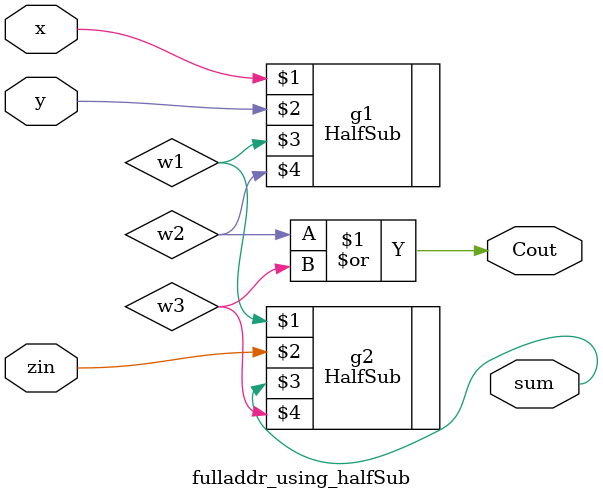
<source format=v>
`timescale 1ns / 1ps
module fulladdr_using_halfSub(x,y,zin,sum,Cout);
input x,y,zin;
output sum,Cout;
wire w1,w2,w3;
HalfSub g1(x,y,w1,w2);
HalfSub g2(w1,zin,sum,w3);
or g3(Cout,w2,w3);

endmodule

</source>
